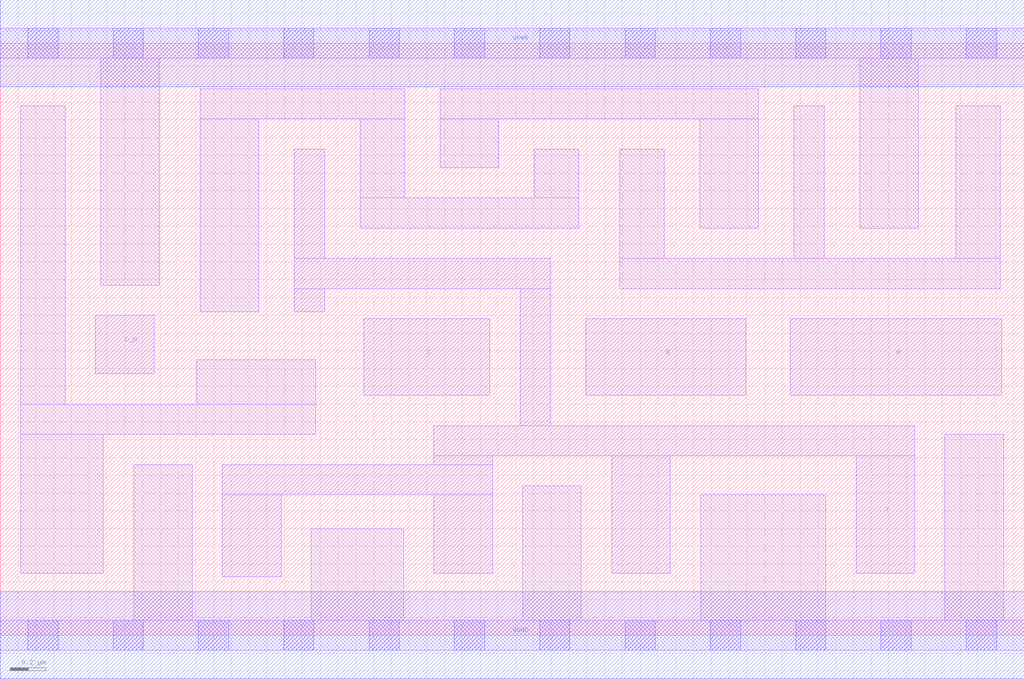
<source format=lef>
# Copyright 2020 The SkyWater PDK Authors
#
# Licensed under the Apache License, Version 2.0 (the "License");
# you may not use this file except in compliance with the License.
# You may obtain a copy of the License at
#
#     https://www.apache.org/licenses/LICENSE-2.0
#
# Unless required by applicable law or agreed to in writing, software
# distributed under the License is distributed on an "AS IS" BASIS,
# WITHOUT WARRANTIES OR CONDITIONS OF ANY KIND, either express or implied.
# See the License for the specific language governing permissions and
# limitations under the License.
#
# SPDX-License-Identifier: Apache-2.0

VERSION 5.7 ;
  NOWIREEXTENSIONATPIN ON ;
  DIVIDERCHAR "/" ;
  BUSBITCHARS "[]" ;
UNITS
  DATABASE MICRONS 200 ;
END UNITS
MACRO sky130_fd_sc_ls__nor4b_2
  CLASS CORE ;
  FOREIGN sky130_fd_sc_ls__nor4b_2 ;
  ORIGIN  0.000000  0.000000 ;
  SIZE  5.760000 BY  3.330000 ;
  SYMMETRY X Y ;
  SITE unit ;
  PIN A
    ANTENNAGATEAREA  0.558000 ;
    DIRECTION INPUT ;
    USE SIGNAL ;
    PORT
      LAYER li1 ;
        RECT 4.445000 1.350000 5.635000 1.780000 ;
    END
  END A
  PIN B
    ANTENNAGATEAREA  0.558000 ;
    DIRECTION INPUT ;
    USE SIGNAL ;
    PORT
      LAYER li1 ;
        RECT 3.295000 1.350000 4.195000 1.780000 ;
    END
  END B
  PIN C
    ANTENNAGATEAREA  0.558000 ;
    DIRECTION INPUT ;
    USE SIGNAL ;
    PORT
      LAYER li1 ;
        RECT 2.045000 1.350000 2.755000 1.780000 ;
    END
  END C
  PIN D_N
    ANTENNAGATEAREA  0.246000 ;
    DIRECTION INPUT ;
    USE SIGNAL ;
    PORT
      LAYER li1 ;
        RECT 0.535000 1.470000 0.865000 1.800000 ;
    END
  END D_N
  PIN Y
    ANTENNADIFFAREA  1.323900 ;
    DIRECTION OUTPUT ;
    USE SIGNAL ;
    PORT
      LAYER li1 ;
        RECT 1.250000 0.330000 1.580000 0.790000 ;
        RECT 1.250000 0.790000 2.770000 0.960000 ;
        RECT 1.655000 1.820000 1.825000 1.950000 ;
        RECT 1.655000 1.950000 3.095000 2.120000 ;
        RECT 1.655000 2.120000 1.825000 2.735000 ;
        RECT 2.440000 0.350000 2.770000 0.790000 ;
        RECT 2.440000 0.960000 2.770000 1.010000 ;
        RECT 2.440000 1.010000 5.145000 1.180000 ;
        RECT 2.925000 1.180000 3.095000 1.950000 ;
        RECT 3.440000 0.350000 3.770000 1.010000 ;
        RECT 4.815000 0.350000 5.145000 1.010000 ;
    END
  END Y
  PIN VGND
    DIRECTION INOUT ;
    SHAPE ABUTMENT ;
    USE GROUND ;
    PORT
      LAYER met1 ;
        RECT 0.000000 -0.245000 5.760000 0.245000 ;
    END
  END VGND
  PIN VPWR
    DIRECTION INOUT ;
    SHAPE ABUTMENT ;
    USE POWER ;
    PORT
      LAYER met1 ;
        RECT 0.000000 3.085000 5.760000 3.575000 ;
    END
  END VPWR
  OBS
    LAYER li1 ;
      RECT 0.000000 -0.085000 5.760000 0.085000 ;
      RECT 0.000000  3.245000 5.760000 3.415000 ;
      RECT 0.115000  0.350000 0.580000 1.130000 ;
      RECT 0.115000  1.130000 1.775000 1.300000 ;
      RECT 0.115000  1.300000 0.365000 2.980000 ;
      RECT 0.565000  1.970000 0.895000 3.245000 ;
      RECT 0.750000  0.085000 1.080000 0.960000 ;
      RECT 1.105000  1.300000 1.775000 1.550000 ;
      RECT 1.125000  1.820000 1.455000 2.905000 ;
      RECT 1.125000  2.905000 2.275000 3.075000 ;
      RECT 1.750000  0.085000 2.270000 0.600000 ;
      RECT 2.025000  2.290000 3.255000 2.460000 ;
      RECT 2.025000  2.460000 2.275000 2.905000 ;
      RECT 2.475000  2.630000 2.805000 2.905000 ;
      RECT 2.475000  2.905000 4.265000 3.075000 ;
      RECT 2.940000  0.085000 3.270000 0.840000 ;
      RECT 3.005000  2.460000 3.255000 2.735000 ;
      RECT 3.485000  1.950000 5.625000 2.120000 ;
      RECT 3.485000  2.120000 3.735000 2.735000 ;
      RECT 3.935000  2.290000 4.265000 2.905000 ;
      RECT 3.940000  0.085000 4.645000 0.790000 ;
      RECT 4.465000  2.120000 4.635000 2.980000 ;
      RECT 4.835000  2.290000 5.165000 3.245000 ;
      RECT 5.315000  0.085000 5.645000 1.130000 ;
      RECT 5.375000  2.120000 5.625000 2.980000 ;
    LAYER mcon ;
      RECT 0.155000 -0.085000 0.325000 0.085000 ;
      RECT 0.155000  3.245000 0.325000 3.415000 ;
      RECT 0.635000 -0.085000 0.805000 0.085000 ;
      RECT 0.635000  3.245000 0.805000 3.415000 ;
      RECT 1.115000 -0.085000 1.285000 0.085000 ;
      RECT 1.115000  3.245000 1.285000 3.415000 ;
      RECT 1.595000 -0.085000 1.765000 0.085000 ;
      RECT 1.595000  3.245000 1.765000 3.415000 ;
      RECT 2.075000 -0.085000 2.245000 0.085000 ;
      RECT 2.075000  3.245000 2.245000 3.415000 ;
      RECT 2.555000 -0.085000 2.725000 0.085000 ;
      RECT 2.555000  3.245000 2.725000 3.415000 ;
      RECT 3.035000 -0.085000 3.205000 0.085000 ;
      RECT 3.035000  3.245000 3.205000 3.415000 ;
      RECT 3.515000 -0.085000 3.685000 0.085000 ;
      RECT 3.515000  3.245000 3.685000 3.415000 ;
      RECT 3.995000 -0.085000 4.165000 0.085000 ;
      RECT 3.995000  3.245000 4.165000 3.415000 ;
      RECT 4.475000 -0.085000 4.645000 0.085000 ;
      RECT 4.475000  3.245000 4.645000 3.415000 ;
      RECT 4.955000 -0.085000 5.125000 0.085000 ;
      RECT 4.955000  3.245000 5.125000 3.415000 ;
      RECT 5.435000 -0.085000 5.605000 0.085000 ;
      RECT 5.435000  3.245000 5.605000 3.415000 ;
  END
END sky130_fd_sc_ls__nor4b_2
END LIBRARY

</source>
